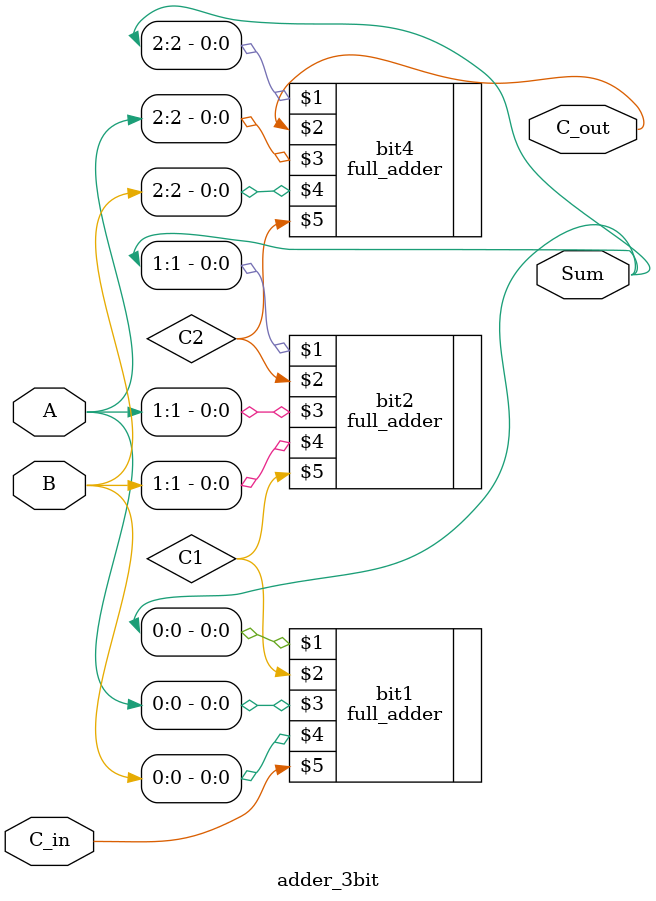
<source format=v>
`timescale 1ns / 1ps
module adder_3bit(
A , B , C_in ,Sum ,C_out);
	input [2:0] A,B;
	input C_in;
	output [2:0] Sum;
	output C_out;	
	
	wire C1,C2;
	//C3;
	
	full_adder bit1 (Sum[0], C1, A[0], B[0],C_in);
	full_adder bit2 (Sum[1], C2, A[1], B[1],C1 );
	//fulladder bit3 (Sum[2], C3, A[2], B[2],C2 );
	full_adder bit4 (Sum[2], C_out, A[2], B[2],C2 );


endmodule


</source>
